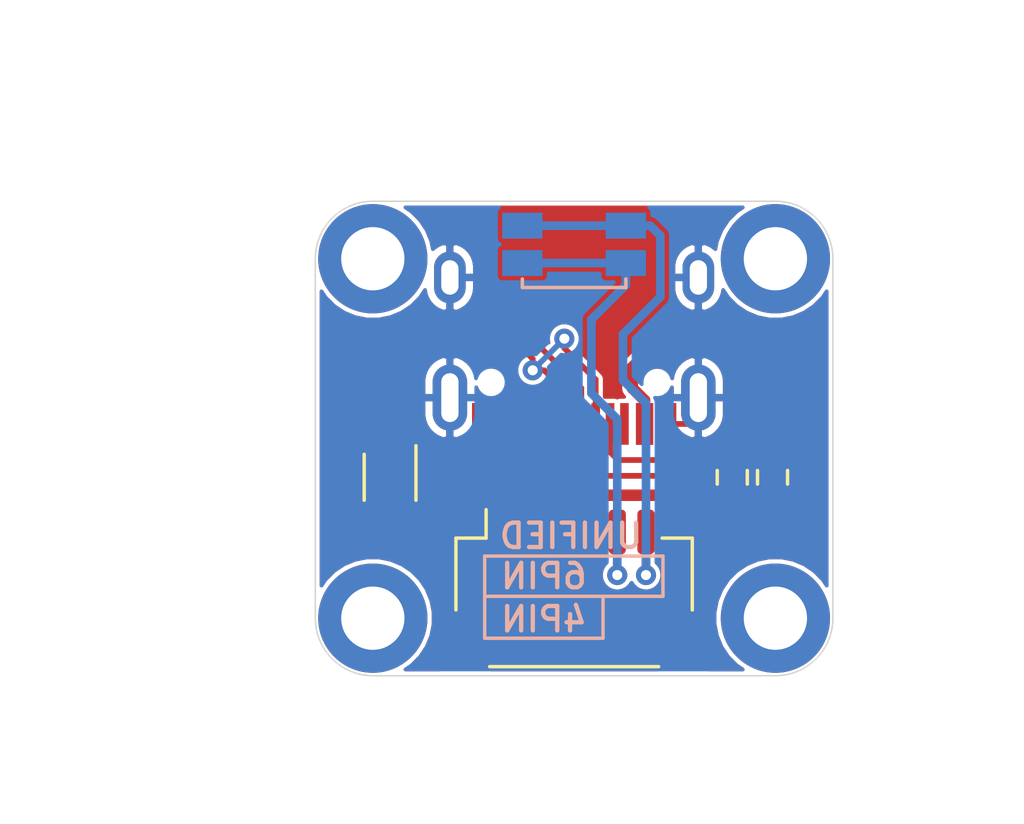
<source format=kicad_pcb>
(kicad_pcb (version 20171130) (host pcbnew "(5.1.10)-1")

  (general
    (thickness 1.6)
    (drawings 21)
    (tracks 96)
    (zones 0)
    (modules 10)
    (nets 13)
  )

  (page A4)
  (layers
    (0 F.Cu signal)
    (31 B.Cu signal)
    (32 B.Adhes user)
    (33 F.Adhes user)
    (34 B.Paste user)
    (35 F.Paste user)
    (36 B.SilkS user)
    (37 F.SilkS user)
    (38 B.Mask user)
    (39 F.Mask user)
    (40 Dwgs.User user)
    (41 Cmts.User user)
    (42 Eco1.User user)
    (43 Eco2.User user)
    (44 Edge.Cuts user)
    (45 Margin user)
    (46 B.CrtYd user)
    (47 F.CrtYd user hide)
    (48 B.Fab user)
    (49 F.Fab user)
  )

  (setup
    (last_trace_width 0.25)
    (user_trace_width 0.15)
    (user_trace_width 0.2)
    (user_trace_width 0.3)
    (user_trace_width 0.4)
    (trace_clearance 0.15)
    (zone_clearance 0.127)
    (zone_45_only no)
    (trace_min 0.127)
    (via_size 0.7)
    (via_drill 0.35)
    (via_min_size 0.4)
    (via_min_drill 0.3)
    (uvia_size 0.3)
    (uvia_drill 0.1)
    (uvias_allowed no)
    (uvia_min_size 0.2)
    (uvia_min_drill 0.1)
    (edge_width 0.05)
    (segment_width 0.2)
    (pcb_text_width 0.3)
    (pcb_text_size 1.5 1.5)
    (mod_edge_width 0.12)
    (mod_text_size 1 1)
    (mod_text_width 0.15)
    (pad_size 3.8 3.8)
    (pad_drill 2.1)
    (pad_to_mask_clearance 0)
    (aux_axis_origin 0 0)
    (grid_origin 102 92)
    (visible_elements 7FFDFF7F)
    (pcbplotparams
      (layerselection 0x010fc_ffffffff)
      (usegerberextensions false)
      (usegerberattributes true)
      (usegerberadvancedattributes true)
      (creategerberjobfile false)
      (excludeedgelayer true)
      (linewidth 0.100000)
      (plotframeref false)
      (viasonmask false)
      (mode 1)
      (useauxorigin false)
      (hpglpennumber 1)
      (hpglpenspeed 20)
      (hpglpendiameter 15.000000)
      (psnegative false)
      (psa4output false)
      (plotreference true)
      (plotvalue true)
      (plotinvisibletext false)
      (padsonsilk false)
      (subtractmaskfromsilk false)
      (outputformat 1)
      (mirror false)
      (drillshape 0)
      (scaleselection 1)
      (outputdirectory "gerber/"))
  )

  (net 0 "")
  (net 1 GND)
  (net 2 DP)
  (net 3 "Net-(J1-PadB5)")
  (net 4 "Net-(J1-PadA8)")
  (net 5 DN)
  (net 6 "Net-(J1-PadA5)")
  (net 7 "Net-(J1-PadB8)")
  (net 8 UVCC)
  (net 9 D-)
  (net 10 D+)
  (net 11 "Net-(J2-Pad5)")
  (net 12 "Net-(J2-Pad6)")

  (net_class Default "This is the default net class."
    (clearance 0.15)
    (trace_width 0.25)
    (via_dia 0.7)
    (via_drill 0.35)
    (uvia_dia 0.3)
    (uvia_drill 0.1)
    (add_net D+)
    (add_net D-)
    (add_net DN)
    (add_net DP)
    (add_net GND)
    (add_net "Net-(J1-PadA5)")
    (add_net "Net-(J1-PadA8)")
    (add_net "Net-(J1-PadB5)")
    (add_net "Net-(J1-PadB8)")
    (add_net "Net-(J2-Pad5)")
    (add_net "Net-(J2-Pad6)")
    (add_net UVCC)
  )

  (module u1:ALPS_SKSC (layer B.Cu) (tedit 60B892CD) (tstamp 60B8E704)
    (at 109 91.5)
    (path /60B9E26F)
    (fp_text reference SW1 (at 0 -0.5) (layer B.SilkS) hide
      (effects (font (size 1 1) (thickness 0.15)) (justify mirror))
    )
    (fp_text value SW_Push (at 0 0.5) (layer B.Fab)
      (effects (font (size 1 1) (thickness 0.15)) (justify mirror))
    )
    (fp_line (start 0.8 -2.1) (end 0.8 -1.5) (layer B.Fab) (width 0.12))
    (fp_line (start -0.8 -2.1) (end -0.8 -1.5) (layer B.Fab) (width 0.12))
    (fp_line (start -0.8 -2.1) (end 0.8 -2.1) (layer B.Fab) (width 0.12))
    (fp_line (start 1.75 1.45) (end 1.75 -1.45) (layer B.Fab) (width 0.12))
    (fp_line (start -1.75 1.45) (end -1.75 -1.45) (layer B.Fab) (width 0.12))
    (fp_line (start -1.75 1.45) (end 1.75 1.45) (layer B.Fab) (width 0.12))
    (fp_line (start -1.75 -1.45) (end 1.75 -1.45) (layer B.Fab) (width 0.12))
    (fp_line (start -1.8 1.2) (end -1.8 1.5) (layer B.SilkS) (width 0.12))
    (fp_line (start -1.8 1.5) (end 1.8 1.5) (layer B.SilkS) (width 0.12))
    (fp_line (start 1.8 1.5) (end 1.8 1.2) (layer B.SilkS) (width 0.12))
    (pad 2 smd rect (at 1.8 0.65) (size 1.4 0.9) (layers B.Cu B.Paste B.Mask)
      (net 11 "Net-(J2-Pad5)"))
    (pad 2 smd rect (at -1.8 0.65) (size 1.4 0.9) (layers B.Cu B.Paste B.Mask)
      (net 11 "Net-(J2-Pad5)"))
    (pad 1 smd rect (at -1.8 -0.65) (size 1.4 0.9) (layers B.Cu B.Paste B.Mask)
      (net 12 "Net-(J2-Pad6)"))
    (pad 1 smd rect (at 1.8 -0.65) (size 1.4 0.9) (layers B.Cu B.Paste B.Mask)
      (net 12 "Net-(J2-Pad6)"))
  )

  (module u1:USB_C_Receptacle_HRO_TYPE-C-31-M-12 (layer F.Cu) (tedit 60B8843E) (tstamp 60B8E2AC)
    (at 109 93.7 180)
    (descr "USB Type-C receptacle for USB 2.0 and PD, http://www.krhro.com/uploads/soft/180320/1-1P320120243.pdf")
    (tags "usb usb-c 2.0 pd")
    (path /60B87620)
    (attr smd)
    (fp_text reference J1 (at 0 -5.645) (layer F.SilkS) hide
      (effects (font (size 1 1) (thickness 0.15)))
    )
    (fp_text value USB_C_Receptacle_USB2.0 (at 0 5.1) (layer F.Fab)
      (effects (font (size 1 1) (thickness 0.15)))
    )
    (fp_line (start -4 3.77) (end 4 3.77) (layer Cmts.User) (width 0.12))
    (fp_line (start -4.47 -3.65) (end 4.47 -3.65) (layer F.Fab) (width 0.1))
    (fp_line (start -4.47 -3.65) (end -4.47 3.65) (layer F.Fab) (width 0.1))
    (fp_line (start -4.47 3.65) (end 4.47 3.65) (layer F.Fab) (width 0.1))
    (fp_line (start 4.47 -3.65) (end 4.47 3.65) (layer F.Fab) (width 0.1))
    (fp_line (start -5.32 -5.27) (end 5.32 -5.27) (layer F.CrtYd) (width 0.05))
    (fp_line (start -5.32 4.15) (end 5.32 4.15) (layer F.CrtYd) (width 0.05))
    (fp_line (start -5.32 -5.27) (end -5.32 4.15) (layer F.CrtYd) (width 0.05))
    (fp_line (start 5.32 -5.27) (end 5.32 4.15) (layer F.CrtYd) (width 0.05))
    (fp_text user %R (at 0 0 180) (layer F.Fab)
      (effects (font (size 1 1) (thickness 0.15)))
    )
    (pad B1 smd rect (at 3.25 -4.045 180) (size 0.6 1.45) (layers F.Cu F.Paste F.Mask)
      (net 1 GND))
    (pad A9 smd rect (at 2.45 -4.045 180) (size 0.6 1.45) (layers F.Cu F.Paste F.Mask)
      (net 8 UVCC))
    (pad B9 smd rect (at -2.45 -4.045 180) (size 0.6 1.45) (layers F.Cu F.Paste F.Mask)
      (net 8 UVCC))
    (pad B12 smd rect (at -3.25 -4.045 180) (size 0.6 1.45) (layers F.Cu F.Paste F.Mask)
      (net 1 GND))
    (pad A1 smd rect (at -3.25 -4.045 180) (size 0.6 1.45) (layers F.Cu F.Paste F.Mask)
      (net 1 GND))
    (pad A4 smd rect (at -2.45 -4.045 180) (size 0.6 1.45) (layers F.Cu F.Paste F.Mask)
      (net 8 UVCC))
    (pad B4 smd rect (at 2.45 -4.045 180) (size 0.6 1.45) (layers F.Cu F.Paste F.Mask)
      (net 8 UVCC))
    (pad A12 smd rect (at 3.25 -4.045 180) (size 0.6 1.45) (layers F.Cu F.Paste F.Mask)
      (net 1 GND))
    (pad B8 smd rect (at -1.75 -4.045 180) (size 0.3 1.45) (layers F.Cu F.Paste F.Mask)
      (net 7 "Net-(J1-PadB8)"))
    (pad A5 smd rect (at -1.25 -4.045 180) (size 0.3 1.45) (layers F.Cu F.Paste F.Mask)
      (net 6 "Net-(J1-PadA5)"))
    (pad B7 smd rect (at -0.75 -4.045 180) (size 0.3 1.45) (layers F.Cu F.Paste F.Mask)
      (net 5 DN))
    (pad A7 smd rect (at 0.25 -4.045 180) (size 0.3 1.45) (layers F.Cu F.Paste F.Mask)
      (net 5 DN))
    (pad B6 smd rect (at 0.75 -4.045 180) (size 0.3 1.45) (layers F.Cu F.Paste F.Mask)
      (net 2 DP))
    (pad A8 smd rect (at 1.25 -4.045 180) (size 0.3 1.45) (layers F.Cu F.Paste F.Mask)
      (net 4 "Net-(J1-PadA8)"))
    (pad B5 smd rect (at 1.75 -4.045 180) (size 0.3 1.45) (layers F.Cu F.Paste F.Mask)
      (net 3 "Net-(J1-PadB5)"))
    (pad A6 smd rect (at -0.25 -4.045 180) (size 0.3 1.45) (layers F.Cu F.Paste F.Mask)
      (net 2 DP))
    (pad S1 thru_hole oval (at 4.32 -3.13 180) (size 1.2 2.3) (drill oval 0.6 1.7) (layers *.Cu *.Mask)
      (net 1 GND))
    (pad S1 thru_hole oval (at -4.32 -3.13 180) (size 1.2 2.3) (drill oval 0.6 1.7) (layers *.Cu *.Mask)
      (net 1 GND))
    (pad "" np_thru_hole circle (at -2.89 -2.6 180) (size 0.65 0.65) (drill 0.65) (layers *.Cu *.Mask))
    (pad S1 thru_hole oval (at -4.32 1.05 180) (size 1.1 1.8) (drill oval 0.6 1.2) (layers *.Cu *.Mask)
      (net 1 GND))
    (pad "" np_thru_hole circle (at 2.89 -2.6 180) (size 0.65 0.65) (drill 0.65) (layers *.Cu *.Mask))
    (pad S1 thru_hole oval (at 4.32 1.05 180) (size 1.1 1.8) (drill oval 0.6 1.2) (layers *.Cu *.Mask)
      (net 1 GND))
    (model ${KISYS3DMOD}/Connector_USB.3dshapes/USB_C_Receptacle_HRO_TYPE-C-31-M-12.wrl
      (at (xyz 0 0 0))
      (scale (xyz 1 1 1))
      (rotate (xyz 0 0 0))
    )
  )

  (module MountingHole:MountingHole_2.2mm_M2_DIN965_Pad (layer F.Cu) (tedit 56D1B4CB) (tstamp 60B8DC0F)
    (at 116 104.5)
    (descr "Mounting Hole 2.2mm, M2, DIN965")
    (tags "mounting hole 2.2mm m2 din965")
    (attr virtual)
    (fp_text reference REF** (at 0 -2.9) (layer F.SilkS) hide
      (effects (font (size 1 1) (thickness 0.15)))
    )
    (fp_text value MountingHole_2.2mm_M2_DIN965_Pad (at 0 2.9) (layer F.Fab)
      (effects (font (size 1 1) (thickness 0.15)))
    )
    (fp_circle (center 0 0) (end 2.15 0) (layer F.CrtYd) (width 0.05))
    (fp_circle (center 0 0) (end 1.9 0) (layer Cmts.User) (width 0.15))
    (fp_text user %R (at 0.3 0) (layer F.Fab)
      (effects (font (size 1 1) (thickness 0.15)))
    )
    (pad 1 thru_hole circle (at 0 0) (size 3.8 3.8) (drill 2.2) (layers *.Cu *.Mask))
  )

  (module MountingHole:MountingHole_2.2mm_M2_DIN965_Pad (layer F.Cu) (tedit 56D1B4CB) (tstamp 60B8DC00)
    (at 102 104.5)
    (descr "Mounting Hole 2.2mm, M2, DIN965")
    (tags "mounting hole 2.2mm m2 din965")
    (attr virtual)
    (fp_text reference REF** (at 0 -2.9) (layer F.SilkS) hide
      (effects (font (size 1 1) (thickness 0.15)))
    )
    (fp_text value MountingHole_2.2mm_M2_DIN965_Pad (at 0 2.9) (layer F.Fab)
      (effects (font (size 1 1) (thickness 0.15)))
    )
    (fp_circle (center 0 0) (end 1.9 0) (layer Cmts.User) (width 0.15))
    (fp_circle (center 0 0) (end 2.15 0) (layer F.CrtYd) (width 0.05))
    (fp_text user %R (at 0.3 0) (layer F.Fab)
      (effects (font (size 1 1) (thickness 0.15)))
    )
    (pad 1 thru_hole circle (at 0 0) (size 3.8 3.8) (drill 2.2) (layers *.Cu *.Mask))
  )

  (module MountingHole:MountingHole_2.2mm_M2_DIN965_Pad (layer F.Cu) (tedit 56D1B4CB) (tstamp 60B8DBF1)
    (at 116 92)
    (descr "Mounting Hole 2.2mm, M2, DIN965")
    (tags "mounting hole 2.2mm m2 din965")
    (attr virtual)
    (fp_text reference REF** (at 0 -2.9) (layer F.SilkS) hide
      (effects (font (size 1 1) (thickness 0.15)))
    )
    (fp_text value MountingHole_2.2mm_M2_DIN965_Pad (at 0 2.9) (layer F.Fab)
      (effects (font (size 1 1) (thickness 0.15)))
    )
    (fp_circle (center 0 0) (end 1.9 0) (layer Cmts.User) (width 0.15))
    (fp_circle (center 0 0) (end 2.15 0) (layer F.CrtYd) (width 0.05))
    (fp_text user %R (at 0.3 0) (layer F.Fab)
      (effects (font (size 1 1) (thickness 0.15)))
    )
    (pad 1 thru_hole circle (at 0 0) (size 3.8 3.8) (drill 2.2) (layers *.Cu *.Mask))
  )

  (module MountingHole:MountingHole_2.2mm_M2_DIN965_Pad (layer F.Cu) (tedit 56D1B4CB) (tstamp 60B8DBEF)
    (at 102 92)
    (descr "Mounting Hole 2.2mm, M2, DIN965")
    (tags "mounting hole 2.2mm m2 din965")
    (attr virtual)
    (fp_text reference REF** (at 0 -2.9) (layer F.SilkS) hide
      (effects (font (size 1 1) (thickness 0.15)))
    )
    (fp_text value MountingHole_2.2mm_M2_DIN965_Pad (at 0 2.9) (layer F.Fab)
      (effects (font (size 1 1) (thickness 0.15)))
    )
    (fp_circle (center 0 0) (end 2.15 0) (layer F.CrtYd) (width 0.05))
    (fp_circle (center 0 0) (end 1.9 0) (layer Cmts.User) (width 0.15))
    (fp_text user %R (at 0.3 0) (layer F.Fab)
      (effects (font (size 1 1) (thickness 0.15)))
    )
    (pad 1 thru_hole circle (at 0 0) (size 3.8 3.8) (drill 2.2) (layers *.Cu *.Mask))
  )

  (module Connector_JST:JST_SH_SM06B-SRSS-TB_1x06-1MP_P1.00mm_Horizontal (layer F.Cu) (tedit 5B78AD87) (tstamp 60B8E6D3)
    (at 109 103.5)
    (descr "JST SH series connector, SM06B-SRSS-TB (http://www.jst-mfg.com/product/pdf/eng/eSH.pdf), generated with kicad-footprint-generator")
    (tags "connector JST SH top entry")
    (path /60B8E119)
    (attr smd)
    (fp_text reference J2 (at 0 -3.98) (layer F.SilkS) hide
      (effects (font (size 1 1) (thickness 0.15)))
    )
    (fp_text value Conn_01x06_MountingPin (at 0 3.98) (layer F.Fab)
      (effects (font (size 1 1) (thickness 0.15)))
    )
    (fp_line (start -2.5 -0.967893) (end -2 -1.675) (layer F.Fab) (width 0.1))
    (fp_line (start -3 -1.675) (end -2.5 -0.967893) (layer F.Fab) (width 0.1))
    (fp_line (start 4.9 -3.28) (end -4.9 -3.28) (layer F.CrtYd) (width 0.05))
    (fp_line (start 4.9 3.28) (end 4.9 -3.28) (layer F.CrtYd) (width 0.05))
    (fp_line (start -4.9 3.28) (end 4.9 3.28) (layer F.CrtYd) (width 0.05))
    (fp_line (start -4.9 -3.28) (end -4.9 3.28) (layer F.CrtYd) (width 0.05))
    (fp_line (start 4 -1.675) (end 4 2.575) (layer F.Fab) (width 0.1))
    (fp_line (start -4 -1.675) (end -4 2.575) (layer F.Fab) (width 0.1))
    (fp_line (start -4 2.575) (end 4 2.575) (layer F.Fab) (width 0.1))
    (fp_line (start -2.94 2.685) (end 2.94 2.685) (layer F.SilkS) (width 0.12))
    (fp_line (start 4.11 -1.785) (end 3.06 -1.785) (layer F.SilkS) (width 0.12))
    (fp_line (start 4.11 0.715) (end 4.11 -1.785) (layer F.SilkS) (width 0.12))
    (fp_line (start -3.06 -1.785) (end -3.06 -2.775) (layer F.SilkS) (width 0.12))
    (fp_line (start -4.11 -1.785) (end -3.06 -1.785) (layer F.SilkS) (width 0.12))
    (fp_line (start -4.11 0.715) (end -4.11 -1.785) (layer F.SilkS) (width 0.12))
    (fp_line (start -4 -1.675) (end 4 -1.675) (layer F.Fab) (width 0.1))
    (fp_text user %R (at 0 0) (layer F.Fab)
      (effects (font (size 1 1) (thickness 0.15)))
    )
    (pad 1 smd roundrect (at -2.5 -2) (size 0.6 1.55) (layers F.Cu F.Paste F.Mask) (roundrect_rratio 0.25)
      (net 8 UVCC))
    (pad 2 smd roundrect (at -1.5 -2) (size 0.6 1.55) (layers F.Cu F.Paste F.Mask) (roundrect_rratio 0.25)
      (net 9 D-))
    (pad 3 smd roundrect (at -0.5 -2) (size 0.6 1.55) (layers F.Cu F.Paste F.Mask) (roundrect_rratio 0.25)
      (net 10 D+))
    (pad 4 smd roundrect (at 0.5 -2) (size 0.6 1.55) (layers F.Cu F.Paste F.Mask) (roundrect_rratio 0.25)
      (net 1 GND))
    (pad 5 smd roundrect (at 1.5 -2) (size 0.6 1.55) (layers F.Cu F.Paste F.Mask) (roundrect_rratio 0.25)
      (net 11 "Net-(J2-Pad5)"))
    (pad 6 smd roundrect (at 2.5 -2) (size 0.6 1.55) (layers F.Cu F.Paste F.Mask) (roundrect_rratio 0.25)
      (net 12 "Net-(J2-Pad6)"))
    (pad MP smd roundrect (at -3.8 1.875) (size 1.2 1.8) (layers F.Cu F.Paste F.Mask) (roundrect_rratio 0.2083325)
      (net 1 GND))
    (pad MP smd roundrect (at 3.8 1.875) (size 1.2 1.8) (layers F.Cu F.Paste F.Mask) (roundrect_rratio 0.2083325)
      (net 1 GND))
    (model ${KISYS3DMOD}/Connector_JST.3dshapes/JST_SH_SM06B-SRSS-TB_1x06-1MP_P1.00mm_Horizontal.wrl
      (at (xyz 0 0 0))
      (scale (xyz 1 1 1))
      (rotate (xyz 0 0 0))
    )
  )

  (module Resistor_SMD:R_0603_1608Metric (layer F.Cu) (tedit 5F68FEEE) (tstamp 60B8E6E4)
    (at 114.5 99.6 270)
    (descr "Resistor SMD 0603 (1608 Metric), square (rectangular) end terminal, IPC_7351 nominal, (Body size source: IPC-SM-782 page 72, https://www.pcb-3d.com/wordpress/wp-content/uploads/ipc-sm-782a_amendment_1_and_2.pdf), generated with kicad-footprint-generator")
    (tags resistor)
    (path /60B8F456)
    (attr smd)
    (fp_text reference R1 (at 0 -1.43 90) (layer F.SilkS) hide
      (effects (font (size 1 1) (thickness 0.15)))
    )
    (fp_text value 5.1k (at 0 1.43 90) (layer F.Fab)
      (effects (font (size 1 1) (thickness 0.15)))
    )
    (fp_line (start 1.48 0.73) (end -1.48 0.73) (layer F.CrtYd) (width 0.05))
    (fp_line (start 1.48 -0.73) (end 1.48 0.73) (layer F.CrtYd) (width 0.05))
    (fp_line (start -1.48 -0.73) (end 1.48 -0.73) (layer F.CrtYd) (width 0.05))
    (fp_line (start -1.48 0.73) (end -1.48 -0.73) (layer F.CrtYd) (width 0.05))
    (fp_line (start -0.237258 0.5225) (end 0.237258 0.5225) (layer F.SilkS) (width 0.12))
    (fp_line (start -0.237258 -0.5225) (end 0.237258 -0.5225) (layer F.SilkS) (width 0.12))
    (fp_line (start 0.8 0.4125) (end -0.8 0.4125) (layer F.Fab) (width 0.1))
    (fp_line (start 0.8 -0.4125) (end 0.8 0.4125) (layer F.Fab) (width 0.1))
    (fp_line (start -0.8 -0.4125) (end 0.8 -0.4125) (layer F.Fab) (width 0.1))
    (fp_line (start -0.8 0.4125) (end -0.8 -0.4125) (layer F.Fab) (width 0.1))
    (fp_text user %R (at 0 0 90) (layer F.Fab)
      (effects (font (size 0.4 0.4) (thickness 0.06)))
    )
    (pad 1 smd roundrect (at -0.825 0 270) (size 0.8 0.95) (layers F.Cu F.Paste F.Mask) (roundrect_rratio 0.25)
      (net 6 "Net-(J1-PadA5)"))
    (pad 2 smd roundrect (at 0.825 0 270) (size 0.8 0.95) (layers F.Cu F.Paste F.Mask) (roundrect_rratio 0.25)
      (net 1 GND))
    (model ${KISYS3DMOD}/Resistor_SMD.3dshapes/R_0603_1608Metric.wrl
      (at (xyz 0 0 0))
      (scale (xyz 1 1 1))
      (rotate (xyz 0 0 0))
    )
  )

  (module Resistor_SMD:R_0603_1608Metric (layer F.Cu) (tedit 5F68FEEE) (tstamp 60B8E6F5)
    (at 115.9 99.6 90)
    (descr "Resistor SMD 0603 (1608 Metric), square (rectangular) end terminal, IPC_7351 nominal, (Body size source: IPC-SM-782 page 72, https://www.pcb-3d.com/wordpress/wp-content/uploads/ipc-sm-782a_amendment_1_and_2.pdf), generated with kicad-footprint-generator")
    (tags resistor)
    (path /60B8FA8F)
    (attr smd)
    (fp_text reference R2 (at 0 -1.43 90) (layer F.SilkS) hide
      (effects (font (size 1 1) (thickness 0.15)))
    )
    (fp_text value 5.1k (at 0 1.43 90) (layer F.Fab)
      (effects (font (size 1 1) (thickness 0.15)))
    )
    (fp_line (start -0.8 0.4125) (end -0.8 -0.4125) (layer F.Fab) (width 0.1))
    (fp_line (start -0.8 -0.4125) (end 0.8 -0.4125) (layer F.Fab) (width 0.1))
    (fp_line (start 0.8 -0.4125) (end 0.8 0.4125) (layer F.Fab) (width 0.1))
    (fp_line (start 0.8 0.4125) (end -0.8 0.4125) (layer F.Fab) (width 0.1))
    (fp_line (start -0.237258 -0.5225) (end 0.237258 -0.5225) (layer F.SilkS) (width 0.12))
    (fp_line (start -0.237258 0.5225) (end 0.237258 0.5225) (layer F.SilkS) (width 0.12))
    (fp_line (start -1.48 0.73) (end -1.48 -0.73) (layer F.CrtYd) (width 0.05))
    (fp_line (start -1.48 -0.73) (end 1.48 -0.73) (layer F.CrtYd) (width 0.05))
    (fp_line (start 1.48 -0.73) (end 1.48 0.73) (layer F.CrtYd) (width 0.05))
    (fp_line (start 1.48 0.73) (end -1.48 0.73) (layer F.CrtYd) (width 0.05))
    (fp_text user %R (at 0 0 90) (layer F.Fab)
      (effects (font (size 0.4 0.4) (thickness 0.06)))
    )
    (pad 2 smd roundrect (at 0.825 0 90) (size 0.8 0.95) (layers F.Cu F.Paste F.Mask) (roundrect_rratio 0.25)
      (net 3 "Net-(J1-PadB5)"))
    (pad 1 smd roundrect (at -0.825 0 90) (size 0.8 0.95) (layers F.Cu F.Paste F.Mask) (roundrect_rratio 0.25)
      (net 1 GND))
    (model ${KISYS3DMOD}/Resistor_SMD.3dshapes/R_0603_1608Metric.wrl
      (at (xyz 0 0 0))
      (scale (xyz 1 1 1))
      (rotate (xyz 0 0 0))
    )
  )

  (module Package_TO_SOT_SMD:SOT-666 (layer F.Cu) (tedit 5A02FF57) (tstamp 60B8E71A)
    (at 102.6 99.6 270)
    (descr SOT666)
    (tags SOT-666)
    (path /60B888DC)
    (attr smd)
    (fp_text reference U1 (at 0 -1.75 90) (layer F.SilkS) hide
      (effects (font (size 1 1) (thickness 0.15)))
    )
    (fp_text value USBLC6-2P6 (at 0 1.75 270) (layer F.Fab)
      (effects (font (size 1 1) (thickness 0.15)))
    )
    (fp_line (start 1.5 1.1) (end 1.5 -1.1) (layer F.CrtYd) (width 0.05))
    (fp_line (start -1.5 -1.1) (end -1.5 1.1) (layer F.CrtYd) (width 0.05))
    (fp_line (start 0.65 0.85) (end -0.65 0.85) (layer F.Fab) (width 0.1))
    (fp_line (start 0.65 -0.85) (end 0.65 0.85) (layer F.Fab) (width 0.1))
    (fp_line (start -1.5 1.1) (end 1.5 1.1) (layer F.CrtYd) (width 0.05))
    (fp_line (start -0.65 -0.53) (end -0.65 0.85) (layer F.Fab) (width 0.1))
    (fp_line (start 0.65 -0.85) (end -0.33 -0.85) (layer F.Fab) (width 0.1))
    (fp_line (start -1.5 -1.1) (end 1.5 -1.1) (layer F.CrtYd) (width 0.05))
    (fp_line (start -0.8 0.9) (end 0.8 0.9) (layer F.SilkS) (width 0.12))
    (fp_line (start 0.8 -0.9) (end -1.1 -0.9) (layer F.SilkS) (width 0.12))
    (fp_line (start -0.65 -0.53) (end -0.33 -0.85) (layer F.Fab) (width 0.1))
    (fp_text user %R (at 0 0) (layer F.Fab)
      (effects (font (size 0.5 0.5) (thickness 0.075)))
    )
    (pad 1 smd rect (at -0.85 -0.5375 270) (size 0.5 0.375) (layers F.Cu F.Paste F.Mask)
      (net 5 DN))
    (pad 3 smd rect (at -0.85 0.5375 270) (size 0.5 0.375) (layers F.Cu F.Paste F.Mask)
      (net 2 DP))
    (pad 5 smd rect (at 0.925 0 270) (size 0.65 0.3) (layers F.Cu F.Paste F.Mask)
      (net 8 UVCC))
    (pad 2 smd rect (at -0.925 0 270) (size 0.65 0.3) (layers F.Cu F.Paste F.Mask)
      (net 1 GND))
    (pad 4 smd rect (at 0.85 0.5375 270) (size 0.5 0.375) (layers F.Cu F.Paste F.Mask)
      (net 10 D+))
    (pad 6 smd rect (at 0.85 -0.5375 270) (size 0.5 0.375) (layers F.Cu F.Paste F.Mask)
      (net 9 D-))
    (model ${KISYS3DMOD}/Package_TO_SOT_SMD.3dshapes/SOT-666.wrl
      (at (xyz 0 0 0))
      (scale (xyz 1 1 1))
      (rotate (xyz 0 0 0))
    )
  )

  (dimension 14 (width 0.15) (layer Eco1.User)
    (gr_text "14.000 mm" (at 109 112.3) (layer Eco1.User)
      (effects (font (size 1 1) (thickness 0.15)))
    )
    (feature1 (pts (xy 116 104.5) (xy 116 111.586421)))
    (feature2 (pts (xy 102 104.5) (xy 102 111.586421)))
    (crossbar (pts (xy 102 111) (xy 116 111)))
    (arrow1a (pts (xy 116 111) (xy 114.873496 111.586421)))
    (arrow1b (pts (xy 116 111) (xy 114.873496 110.413579)))
    (arrow2a (pts (xy 102 111) (xy 103.126504 111.586421)))
    (arrow2b (pts (xy 102 111) (xy 103.126504 110.413579)))
  )
  (dimension 12.5 (width 0.15) (layer Eco1.User)
    (gr_text "12.500 mm" (at 92.7 98.25 270) (layer Eco1.User)
      (effects (font (size 1 1) (thickness 0.15)))
    )
    (feature1 (pts (xy 102 104.5) (xy 93.413579 104.5)))
    (feature2 (pts (xy 102 92) (xy 93.413579 92)))
    (crossbar (pts (xy 94 92) (xy 94 104.5)))
    (arrow1a (pts (xy 94 104.5) (xy 93.413579 103.373496)))
    (arrow1b (pts (xy 94 104.5) (xy 94.586421 103.373496)))
    (arrow2a (pts (xy 94 92) (xy 93.413579 93.126504)))
    (arrow2b (pts (xy 94 92) (xy 94.586421 93.126504)))
  )
  (dimension 18 (width 0.15) (layer Eco1.User)
    (gr_text "18.000 mm" (at 109 83.7) (layer Eco1.User)
      (effects (font (size 1 1) (thickness 0.15)))
    )
    (feature1 (pts (xy 118 92) (xy 118 84.413579)))
    (feature2 (pts (xy 100 92) (xy 100 84.413579)))
    (crossbar (pts (xy 100 85) (xy 118 85)))
    (arrow1a (pts (xy 118 85) (xy 116.873496 85.586421)))
    (arrow1b (pts (xy 118 85) (xy 116.873496 84.413579)))
    (arrow2a (pts (xy 100 85) (xy 101.126504 85.586421)))
    (arrow2b (pts (xy 100 85) (xy 101.126504 84.413579)))
  )
  (dimension 16.5 (width 0.15) (layer Eco1.User)
    (gr_text "16.500 mm" (at 123.3 98.25 270) (layer Eco1.User)
      (effects (font (size 1 1) (thickness 0.15)))
    )
    (feature1 (pts (xy 116 106.5) (xy 122.586421 106.5)))
    (feature2 (pts (xy 116 90) (xy 122.586421 90)))
    (crossbar (pts (xy 122 90) (xy 122 106.5)))
    (arrow1a (pts (xy 122 106.5) (xy 121.413579 105.373496)))
    (arrow1b (pts (xy 122 106.5) (xy 122.586421 105.373496)))
    (arrow2a (pts (xy 122 90) (xy 121.413579 91.126504)))
    (arrow2b (pts (xy 122 90) (xy 122.586421 91.126504)))
  )
  (gr_line (start 110.006 105.198) (end 110.006 103.74) (layer B.SilkS) (width 0.12) (tstamp 60B8934E))
  (gr_line (start 112.09 103.74) (end 105.89 103.74) (layer B.SilkS) (width 0.12) (tstamp 60B8934D))
  (gr_line (start 105.89 102.34) (end 105.89 105.198) (layer B.SilkS) (width 0.12) (tstamp 60B8934C))
  (gr_line (start 105.89 102.34) (end 112.09 102.34) (layer B.SilkS) (width 0.12) (tstamp 60B8934B))
  (gr_line (start 110.006 105.198) (end 105.89 105.198) (layer B.SilkS) (width 0.12) (tstamp 60B8934A))
  (gr_line (start 112.09 102.34) (end 112.09 103.74) (layer B.SilkS) (width 0.12) (tstamp 60B89349))
  (gr_text 4PIN (at 107.948 104.54) (layer B.SilkS) (tstamp 60B89348)
    (effects (font (size 0.85 0.85) (thickness 0.15)) (justify mirror))
  )
  (gr_text UNIFIED (at 108.89 101.64) (layer B.SilkS) (tstamp 60B89347)
    (effects (font (size 0.85 0.85) (thickness 0.15)) (justify mirror))
  )
  (gr_text 6PIN (at 107.948 103.04) (layer B.SilkS) (tstamp 60B89346)
    (effects (font (size 0.85 0.85) (thickness 0.15)) (justify mirror))
  )
  (gr_arc (start 116 104.5) (end 116 106.5) (angle -90) (layer Edge.Cuts) (width 0.05))
  (gr_arc (start 102 104.5) (end 100 104.5) (angle -90) (layer Edge.Cuts) (width 0.05))
  (gr_arc (start 116 92) (end 118 92) (angle -90) (layer Edge.Cuts) (width 0.05))
  (gr_arc (start 102 92) (end 102 90) (angle -90) (layer Edge.Cuts) (width 0.05))
  (gr_line (start 116 90) (end 102 90) (layer Edge.Cuts) (width 0.05) (tstamp 60B87E43))
  (gr_line (start 118 104.5) (end 118 92) (layer Edge.Cuts) (width 0.05))
  (gr_line (start 102 106.5) (end 116 106.5) (layer Edge.Cuts) (width 0.05))
  (gr_line (start 100 92) (end 100 104.5) (layer Edge.Cuts) (width 0.05))

  (segment (start 104.68 98.645) (end 104.68 96.83) (width 0.25) (layer F.Cu) (net 1))
  (segment (start 103.975 99.35) (end 104.68 98.645) (width 0.25) (layer F.Cu) (net 1))
  (segment (start 102.875 99.35) (end 103.975 99.35) (width 0.25) (layer F.Cu) (net 1))
  (segment (start 102.6 99.075) (end 102.875 99.35) (width 0.25) (layer F.Cu) (net 1))
  (segment (start 102.6 98.675) (end 102.6 99.075) (width 0.25) (layer F.Cu) (net 1))
  (segment (start 113.32 96.83) (end 113.32 97.49) (width 0.2) (layer F.Cu) (net 1))
  (segment (start 113.065 97.745) (end 112.25 97.745) (width 0.2) (layer F.Cu) (net 1))
  (segment (start 113.32 97.49) (end 113.065 97.745) (width 0.2) (layer F.Cu) (net 1))
  (segment (start 108.975 99) (end 109.25 98.725) (width 0.2) (layer F.Cu) (net 2))
  (segment (start 108.525 99) (end 108.975 99) (width 0.2) (layer F.Cu) (net 2))
  (segment (start 109.25 98.725) (end 109.25 97.745) (width 0.2) (layer F.Cu) (net 2))
  (segment (start 108.25 98.725) (end 108.525 99) (width 0.2) (layer F.Cu) (net 2))
  (segment (start 108.25 97.745) (end 108.25 98.725) (width 0.2) (layer F.Cu) (net 2))
  (segment (start 102.0625 98.2125) (end 102.0625 98.75) (width 0.2) (layer F.Cu) (net 2))
  (segment (start 102.35 97.925) (end 102.0625 98.2125) (width 0.2) (layer F.Cu) (net 2))
  (segment (start 102.35 96.275) (end 102.35 97.925) (width 0.2) (layer F.Cu) (net 2))
  (segment (start 103.875 94.75) (end 102.35 96.275) (width 0.2) (layer F.Cu) (net 2))
  (segment (start 107.5 94.75) (end 103.875 94.75) (width 0.2) (layer F.Cu) (net 2))
  (segment (start 109.25 96.5) (end 107.5 94.75) (width 0.2) (layer F.Cu) (net 2))
  (segment (start 109.25 97.745) (end 109.25 96.5) (width 0.2) (layer F.Cu) (net 2))
  (segment (start 115.125 99.55) (end 115.9 98.775) (width 0.2) (layer F.Cu) (net 3))
  (segment (start 107.925 99.55) (end 115.125 99.55) (width 0.2) (layer F.Cu) (net 3))
  (segment (start 107.25 98.875) (end 107.925 99.55) (width 0.2) (layer F.Cu) (net 3))
  (segment (start 107.25 97.745) (end 107.25 98.875) (width 0.2) (layer F.Cu) (net 3))
  (via (at 107.56 95.88) (size 0.7) (drill 0.35) (layers F.Cu B.Cu) (net 5))
  (via (at 108.66 94.78) (size 0.7) (drill 0.35) (layers F.Cu B.Cu) (net 5))
  (segment (start 109.75 96.2) (end 109.75 97.745) (width 0.2) (layer F.Cu) (net 5))
  (segment (start 108.66 95.11) (end 109.75 96.2) (width 0.2) (layer F.Cu) (net 5))
  (segment (start 108.66 94.78) (end 108.66 95.11) (width 0.2) (layer F.Cu) (net 5))
  (segment (start 107.56 95.48) (end 107.56 95.88) (width 0.2) (layer F.Cu) (net 5))
  (segment (start 107.28 95.2) (end 107.56 95.48) (width 0.2) (layer F.Cu) (net 5))
  (segment (start 104.1 95.2) (end 107.28 95.2) (width 0.2) (layer F.Cu) (net 5))
  (segment (start 102.875 96.425) (end 104.1 95.2) (width 0.2) (layer F.Cu) (net 5))
  (segment (start 103.1375 98.1875) (end 102.875 97.925) (width 0.2) (layer F.Cu) (net 5))
  (segment (start 102.875 97.925) (end 102.875 96.425) (width 0.2) (layer F.Cu) (net 5))
  (segment (start 103.1375 98.75) (end 103.1375 98.1875) (width 0.2) (layer F.Cu) (net 5))
  (segment (start 108.75 96.67) (end 108.75 97.745) (width 0.2) (layer F.Cu) (net 5))
  (segment (start 107.96 95.88) (end 108.75 96.67) (width 0.2) (layer F.Cu) (net 5))
  (segment (start 107.56 95.88) (end 107.96 95.88) (width 0.2) (layer F.Cu) (net 5))
  (segment (start 108.66 94.78) (end 107.56 95.88) (width 0.2) (layer B.Cu) (net 5))
  (segment (start 113.325 98.775) (end 114.5 98.775) (width 0.2) (layer F.Cu) (net 6))
  (segment (start 113.1 99) (end 113.325 98.775) (width 0.2) (layer F.Cu) (net 6))
  (segment (start 110.525 99) (end 113.1 99) (width 0.2) (layer F.Cu) (net 6))
  (segment (start 110.25 98.725) (end 110.525 99) (width 0.2) (layer F.Cu) (net 6))
  (segment (start 110.25 97.745) (end 110.25 98.725) (width 0.2) (layer F.Cu) (net 6))
  (segment (start 106.5 97.795) (end 106.55 97.745) (width 0.4) (layer F.Cu) (net 8))
  (segment (start 105.7 101.5) (end 106.5 101.5) (width 0.25) (layer F.Cu) (net 8))
  (segment (start 104.05 99.85) (end 105.7 101.5) (width 0.25) (layer F.Cu) (net 8))
  (segment (start 102.87 99.85) (end 104.05 99.85) (width 0.25) (layer F.Cu) (net 8))
  (segment (start 102.6 100.12) (end 102.87 99.85) (width 0.25) (layer F.Cu) (net 8))
  (segment (start 102.6 100.525) (end 102.6 100.12) (width 0.25) (layer F.Cu) (net 8))
  (segment (start 111.45 96.925) (end 111.45 97.745) (width 0.4) (layer F.Cu) (net 8))
  (segment (start 111.025 96.5) (end 111.45 96.925) (width 0.4) (layer F.Cu) (net 8))
  (segment (start 111.975 94.825) (end 111.025 95.775) (width 0.4) (layer F.Cu) (net 8))
  (segment (start 117.175 97.175) (end 114.825 94.825) (width 0.4) (layer F.Cu) (net 8))
  (segment (start 116.375 101.575) (end 117.175 100.775) (width 0.4) (layer F.Cu) (net 8))
  (segment (start 111.025 95.775) (end 111.025 96.5) (width 0.4) (layer F.Cu) (net 8))
  (segment (start 113.575 101.575) (end 116.375 101.575) (width 0.4) (layer F.Cu) (net 8))
  (segment (start 117.175 100.775) (end 117.175 97.175) (width 0.4) (layer F.Cu) (net 8))
  (segment (start 112.225 100.225) (end 113.575 101.575) (width 0.4) (layer F.Cu) (net 8))
  (segment (start 107.645 100.225) (end 112.225 100.225) (width 0.4) (layer F.Cu) (net 8))
  (segment (start 114.825 94.825) (end 111.975 94.825) (width 0.4) (layer F.Cu) (net 8))
  (segment (start 106.55 97.745) (end 106.55 99.13) (width 0.4) (layer F.Cu) (net 8))
  (segment (start 106.5 100.32) (end 107.12 99.7) (width 0.4) (layer F.Cu) (net 8))
  (segment (start 106.5 101.5) (end 106.5 100.32) (width 0.4) (layer F.Cu) (net 8))
  (segment (start 107.12 99.7) (end 107.645 100.225) (width 0.4) (layer F.Cu) (net 8))
  (segment (start 106.55 99.13) (end 107.12 99.7) (width 0.4) (layer F.Cu) (net 8))
  (segment (start 107.5 102.5) (end 107.5 101.5) (width 0.2) (layer F.Cu) (net 9))
  (segment (start 107.1 102.9) (end 107.5 102.5) (width 0.2) (layer F.Cu) (net 9))
  (segment (start 104.975 102.9) (end 107.1 102.9) (width 0.2) (layer F.Cu) (net 9))
  (segment (start 103.1375 101.0625) (end 104.975 102.9) (width 0.2) (layer F.Cu) (net 9))
  (segment (start 103.1375 100.45) (end 103.1375 101.0625) (width 0.2) (layer F.Cu) (net 9))
  (segment (start 108.5 102.75) (end 108.5 101.5) (width 0.2) (layer F.Cu) (net 10))
  (segment (start 107.575 103.675) (end 108.5 102.75) (width 0.2) (layer F.Cu) (net 10))
  (segment (start 102.0625 101.2625) (end 104.475 103.675) (width 0.2) (layer F.Cu) (net 10))
  (segment (start 104.475 103.675) (end 107.575 103.675) (width 0.2) (layer F.Cu) (net 10))
  (segment (start 102.0625 100.45) (end 102.0625 101.2625) (width 0.2) (layer F.Cu) (net 10))
  (via (at 110.5 103) (size 0.7) (drill 0.35) (layers F.Cu B.Cu) (net 11))
  (segment (start 110.5 101.5) (end 110.5 103) (width 0.3) (layer F.Cu) (net 11))
  (segment (start 110.8 92.9125) (end 110.8 92.15) (width 0.3) (layer B.Cu) (net 11))
  (segment (start 109.6 94.1125) (end 110.8 92.9125) (width 0.3) (layer B.Cu) (net 11))
  (segment (start 109.6 96.675) (end 109.6 94.1125) (width 0.3) (layer B.Cu) (net 11))
  (segment (start 110.5 97.575) (end 109.6 96.675) (width 0.3) (layer B.Cu) (net 11))
  (segment (start 110.5 103) (end 110.5 97.575) (width 0.3) (layer B.Cu) (net 11))
  (segment (start 110.8 92.15) (end 107.2 92.15) (width 0.3) (layer B.Cu) (net 11))
  (via (at 111.5 103) (size 0.7) (drill 0.35) (layers F.Cu B.Cu) (net 12))
  (segment (start 111.5 101.5) (end 111.5 103) (width 0.3) (layer F.Cu) (net 12))
  (segment (start 107.65 90.85) (end 107.2 90.85) (width 0.3) (layer B.Cu) (net 12))
  (segment (start 110.8 90.85) (end 107.2 90.85) (width 0.3) (layer B.Cu) (net 12))
  (segment (start 110.8 90.85) (end 111.65 90.85) (width 0.3) (layer B.Cu) (net 12))
  (segment (start 112 91.2) (end 112 93.325) (width 0.3) (layer B.Cu) (net 12))
  (segment (start 111.65 90.85) (end 112 91.2) (width 0.3) (layer B.Cu) (net 12))
  (segment (start 112 93.325) (end 110.7 94.625) (width 0.3) (layer B.Cu) (net 12))
  (segment (start 110.7 94.625) (end 110.7 96.225) (width 0.3) (layer B.Cu) (net 12))
  (segment (start 110.7 96.225) (end 111.5 97.025) (width 0.3) (layer B.Cu) (net 12))
  (segment (start 111.5 97.025) (end 111.5 103) (width 0.3) (layer B.Cu) (net 12))

  (zone (net 1) (net_name GND) (layer B.Cu) (tstamp 60B90FB4) (hatch edge 0.508)
    (connect_pads (clearance 0.127))
    (min_thickness 0.127)
    (fill yes (arc_segments 32) (thermal_gap 0.254) (thermal_bridge_width 0.254))
    (polygon
      (pts
        (xy 118 106.5) (xy 100 106.5) (xy 100 90) (xy 118 90)
      )
    )
    (filled_polygon
      (pts
        (xy 106.380812 90.221622) (xy 106.348302 90.248302) (xy 106.321622 90.280812) (xy 106.301797 90.317902) (xy 106.289589 90.358147)
        (xy 106.285467 90.4) (xy 106.285467 91.3) (xy 106.289589 91.341853) (xy 106.301797 91.382098) (xy 106.321622 91.419188)
        (xy 106.348302 91.451698) (xy 106.380812 91.478378) (xy 106.417902 91.498203) (xy 106.423826 91.5) (xy 106.417902 91.501797)
        (xy 106.380812 91.521622) (xy 106.348302 91.548302) (xy 106.321622 91.580812) (xy 106.301797 91.617902) (xy 106.289589 91.658147)
        (xy 106.285467 91.7) (xy 106.285467 92.6) (xy 106.289589 92.641853) (xy 106.301797 92.682098) (xy 106.321622 92.719188)
        (xy 106.348302 92.751698) (xy 106.380812 92.778378) (xy 106.417902 92.798203) (xy 106.458147 92.810411) (xy 106.5 92.814533)
        (xy 107.9 92.814533) (xy 107.941853 92.810411) (xy 107.982098 92.798203) (xy 108.019188 92.778378) (xy 108.051698 92.751698)
        (xy 108.078378 92.719188) (xy 108.098203 92.682098) (xy 108.110411 92.641853) (xy 108.114533 92.6) (xy 108.114533 92.5135)
        (xy 109.885467 92.5135) (xy 109.885467 92.6) (xy 109.889589 92.641853) (xy 109.901797 92.682098) (xy 109.921622 92.719188)
        (xy 109.948302 92.751698) (xy 109.980812 92.778378) (xy 110.017902 92.798203) (xy 110.058147 92.810411) (xy 110.1 92.814533)
        (xy 110.383901 92.814533) (xy 109.355583 93.842851) (xy 109.341725 93.854224) (xy 109.330352 93.868082) (xy 109.330345 93.868089)
        (xy 109.2963 93.909574) (xy 109.262547 93.972722) (xy 109.241761 94.041242) (xy 109.234743 94.1125) (xy 109.236501 94.13035)
        (xy 109.2365 96.65716) (xy 109.234743 96.675) (xy 109.2365 96.69284) (xy 109.2365 96.692849) (xy 109.24176 96.746257)
        (xy 109.262546 96.814777) (xy 109.296299 96.877925) (xy 109.2963 96.877926) (xy 109.330345 96.919411) (xy 109.330351 96.919417)
        (xy 109.341724 96.933275) (xy 109.355584 96.94465) (xy 110.136501 97.725568) (xy 110.1365 102.56659) (xy 110.062301 102.640789)
        (xy 110.000632 102.733082) (xy 109.958155 102.835633) (xy 109.9365 102.9445) (xy 109.9365 103.0555) (xy 109.958155 103.164367)
        (xy 110.000632 103.266918) (xy 110.062301 103.359211) (xy 110.140789 103.437699) (xy 110.233082 103.499368) (xy 110.335633 103.541845)
        (xy 110.4445 103.5635) (xy 110.5555 103.5635) (xy 110.664367 103.541845) (xy 110.766918 103.499368) (xy 110.859211 103.437699)
        (xy 110.937699 103.359211) (xy 110.999368 103.266918) (xy 111 103.265392) (xy 111.000632 103.266918) (xy 111.062301 103.359211)
        (xy 111.140789 103.437699) (xy 111.233082 103.499368) (xy 111.335633 103.541845) (xy 111.4445 103.5635) (xy 111.5555 103.5635)
        (xy 111.664367 103.541845) (xy 111.766918 103.499368) (xy 111.859211 103.437699) (xy 111.937699 103.359211) (xy 111.999368 103.266918)
        (xy 112.041845 103.164367) (xy 112.0635 103.0555) (xy 112.0635 102.9445) (xy 112.041845 102.835633) (xy 111.999368 102.733082)
        (xy 111.937699 102.640789) (xy 111.8635 102.56659) (xy 111.8635 97.04284) (xy 111.865257 97.025) (xy 111.8635 97.00716)
        (xy 111.8635 97.00715) (xy 111.85824 96.953742) (xy 111.839966 96.8935) (xy 112.4025 96.8935) (xy 112.4025 97.4435)
        (xy 112.432518 97.621275) (xy 112.496641 97.789778) (xy 112.592405 97.942534) (xy 112.71613 98.073672) (xy 112.863062 98.178152)
        (xy 113.027554 98.25196) (xy 113.114097 98.274098) (xy 113.2565 98.215716) (xy 113.2565 96.8935) (xy 113.3835 96.8935)
        (xy 113.3835 98.215716) (xy 113.525903 98.274098) (xy 113.612446 98.25196) (xy 113.776938 98.178152) (xy 113.92387 98.073672)
        (xy 114.047595 97.942534) (xy 114.143359 97.789778) (xy 114.207482 97.621275) (xy 114.2375 97.4435) (xy 114.2375 96.8935)
        (xy 113.3835 96.8935) (xy 113.2565 96.8935) (xy 112.4025 96.8935) (xy 111.839966 96.8935) (xy 111.837454 96.885222)
        (xy 111.809568 96.833051) (xy 111.836962 96.8385) (xy 111.943038 96.8385) (xy 112.047075 96.817806) (xy 112.145076 96.777213)
        (xy 112.233274 96.718281) (xy 112.308281 96.643274) (xy 112.367213 96.555076) (xy 112.4025 96.469885) (xy 112.4025 96.7665)
        (xy 113.2565 96.7665) (xy 113.2565 95.444284) (xy 113.3835 95.444284) (xy 113.3835 96.7665) (xy 114.2375 96.7665)
        (xy 114.2375 96.2165) (xy 114.207482 96.038725) (xy 114.143359 95.870222) (xy 114.047595 95.717466) (xy 113.92387 95.586328)
        (xy 113.776938 95.481848) (xy 113.612446 95.40804) (xy 113.525903 95.385902) (xy 113.3835 95.444284) (xy 113.2565 95.444284)
        (xy 113.114097 95.385902) (xy 113.027554 95.40804) (xy 112.863062 95.481848) (xy 112.71613 95.586328) (xy 112.592405 95.717466)
        (xy 112.496641 95.870222) (xy 112.432518 96.038725) (xy 112.411656 96.162278) (xy 112.407806 96.142925) (xy 112.367213 96.044924)
        (xy 112.308281 95.956726) (xy 112.233274 95.881719) (xy 112.145076 95.822787) (xy 112.047075 95.782194) (xy 111.943038 95.7615)
        (xy 111.836962 95.7615) (xy 111.732925 95.782194) (xy 111.634924 95.822787) (xy 111.546726 95.881719) (xy 111.471719 95.956726)
        (xy 111.412787 96.044924) (xy 111.372194 96.142925) (xy 111.3515 96.246962) (xy 111.3515 96.353038) (xy 111.353833 96.364766)
        (xy 111.0635 96.074434) (xy 111.0635 94.775566) (xy 112.244417 93.59465) (xy 112.258276 93.583276) (xy 112.269649 93.569418)
        (xy 112.269655 93.569412) (xy 112.303701 93.527927) (xy 112.337454 93.464778) (xy 112.35824 93.396258) (xy 112.3635 93.34285)
        (xy 112.3635 93.34284) (xy 112.365257 93.325) (xy 112.3635 93.30716) (xy 112.3635 92.7135) (xy 112.4525 92.7135)
        (xy 112.4525 93.0635) (xy 112.481557 93.231521) (xy 112.542835 93.390645) (xy 112.633979 93.534756) (xy 112.751486 93.658317)
        (xy 112.890841 93.756579) (xy 113.046688 93.825766) (xy 113.121939 93.844588) (xy 113.2565 93.785563) (xy 113.2565 92.7135)
        (xy 112.4525 92.7135) (xy 112.3635 92.7135) (xy 112.3635 92.2365) (xy 112.4525 92.2365) (xy 112.4525 92.5865)
        (xy 113.2565 92.5865) (xy 113.2565 91.514437) (xy 113.121939 91.455412) (xy 113.046688 91.474234) (xy 112.890841 91.543421)
        (xy 112.751486 91.641683) (xy 112.633979 91.765244) (xy 112.542835 91.909355) (xy 112.481557 92.068479) (xy 112.4525 92.2365)
        (xy 112.3635 92.2365) (xy 112.3635 91.21784) (xy 112.365257 91.2) (xy 112.3635 91.18216) (xy 112.3635 91.18215)
        (xy 112.35824 91.128742) (xy 112.337454 91.060222) (xy 112.33125 91.048615) (xy 112.303701 90.997073) (xy 112.269655 90.955588)
        (xy 112.269645 90.955578) (xy 112.258275 90.941724) (xy 112.244422 90.930355) (xy 111.919654 90.605588) (xy 111.908276 90.591724)
        (xy 111.852926 90.546299) (xy 111.789778 90.512546) (xy 111.721258 90.49176) (xy 111.714533 90.491098) (xy 111.714533 90.4)
        (xy 111.710411 90.358147) (xy 111.698203 90.317902) (xy 111.678378 90.280812) (xy 111.651698 90.248302) (xy 111.619188 90.221622)
        (xy 111.607735 90.2155) (xy 114.866494 90.2155) (xy 114.652722 90.358338) (xy 114.358338 90.652722) (xy 114.127041 90.998882)
        (xy 113.967721 91.383515) (xy 113.91155 91.665905) (xy 113.888514 91.641683) (xy 113.749159 91.543421) (xy 113.593312 91.474234)
        (xy 113.518061 91.455412) (xy 113.3835 91.514437) (xy 113.3835 92.5865) (xy 113.4035 92.5865) (xy 113.4035 92.7135)
        (xy 113.3835 92.7135) (xy 113.3835 93.785563) (xy 113.518061 93.844588) (xy 113.593312 93.825766) (xy 113.749159 93.756579)
        (xy 113.888514 93.658317) (xy 114.006021 93.534756) (xy 114.097165 93.390645) (xy 114.158443 93.231521) (xy 114.183639 93.085823)
        (xy 114.358338 93.347278) (xy 114.652722 93.641662) (xy 114.998882 93.872959) (xy 115.383515 94.032279) (xy 115.791838 94.1135)
        (xy 116.208162 94.1135) (xy 116.616485 94.032279) (xy 117.001118 93.872959) (xy 117.347278 93.641662) (xy 117.641662 93.347278)
        (xy 117.784501 93.133505) (xy 117.7845 103.366494) (xy 117.641662 103.152722) (xy 117.347278 102.858338) (xy 117.001118 102.627041)
        (xy 116.616485 102.467721) (xy 116.208162 102.3865) (xy 115.791838 102.3865) (xy 115.383515 102.467721) (xy 114.998882 102.627041)
        (xy 114.652722 102.858338) (xy 114.358338 103.152722) (xy 114.127041 103.498882) (xy 113.967721 103.883515) (xy 113.8865 104.291838)
        (xy 113.8865 104.708162) (xy 113.967721 105.116485) (xy 114.127041 105.501118) (xy 114.358338 105.847278) (xy 114.652722 106.141662)
        (xy 114.866494 106.2845) (xy 103.133506 106.2845) (xy 103.347278 106.141662) (xy 103.641662 105.847278) (xy 103.872959 105.501118)
        (xy 104.032279 105.116485) (xy 104.1135 104.708162) (xy 104.1135 104.291838) (xy 104.032279 103.883515) (xy 103.872959 103.498882)
        (xy 103.641662 103.152722) (xy 103.347278 102.858338) (xy 103.001118 102.627041) (xy 102.616485 102.467721) (xy 102.208162 102.3865)
        (xy 101.791838 102.3865) (xy 101.383515 102.467721) (xy 100.998882 102.627041) (xy 100.652722 102.858338) (xy 100.358338 103.152722)
        (xy 100.2155 103.366494) (xy 100.2155 96.8935) (xy 103.7625 96.8935) (xy 103.7625 97.4435) (xy 103.792518 97.621275)
        (xy 103.856641 97.789778) (xy 103.952405 97.942534) (xy 104.07613 98.073672) (xy 104.223062 98.178152) (xy 104.387554 98.25196)
        (xy 104.474097 98.274098) (xy 104.6165 98.215716) (xy 104.6165 96.8935) (xy 104.7435 96.8935) (xy 104.7435 98.215716)
        (xy 104.885903 98.274098) (xy 104.972446 98.25196) (xy 105.136938 98.178152) (xy 105.28387 98.073672) (xy 105.407595 97.942534)
        (xy 105.503359 97.789778) (xy 105.567482 97.621275) (xy 105.5975 97.4435) (xy 105.5975 96.8935) (xy 104.7435 96.8935)
        (xy 104.6165 96.8935) (xy 103.7625 96.8935) (xy 100.2155 96.8935) (xy 100.2155 96.2165) (xy 103.7625 96.2165)
        (xy 103.7625 96.7665) (xy 104.6165 96.7665) (xy 104.6165 95.444284) (xy 104.7435 95.444284) (xy 104.7435 96.7665)
        (xy 105.5975 96.7665) (xy 105.5975 96.469885) (xy 105.632787 96.555076) (xy 105.691719 96.643274) (xy 105.766726 96.718281)
        (xy 105.854924 96.777213) (xy 105.952925 96.817806) (xy 106.056962 96.8385) (xy 106.163038 96.8385) (xy 106.267075 96.817806)
        (xy 106.365076 96.777213) (xy 106.453274 96.718281) (xy 106.528281 96.643274) (xy 106.587213 96.555076) (xy 106.627806 96.457075)
        (xy 106.6485 96.353038) (xy 106.6485 96.246962) (xy 106.627806 96.142925) (xy 106.587213 96.044924) (xy 106.528281 95.956726)
        (xy 106.453274 95.881719) (xy 106.36764 95.8245) (xy 106.9965 95.8245) (xy 106.9965 95.9355) (xy 107.018155 96.044367)
        (xy 107.060632 96.146918) (xy 107.122301 96.239211) (xy 107.200789 96.317699) (xy 107.293082 96.379368) (xy 107.395633 96.421845)
        (xy 107.5045 96.4435) (xy 107.6155 96.4435) (xy 107.724367 96.421845) (xy 107.826918 96.379368) (xy 107.919211 96.317699)
        (xy 107.997699 96.239211) (xy 108.059368 96.146918) (xy 108.101845 96.044367) (xy 108.1235 95.9355) (xy 108.1235 95.8245)
        (xy 108.112775 95.770581) (xy 108.550581 95.332775) (xy 108.6045 95.3435) (xy 108.7155 95.3435) (xy 108.824367 95.321845)
        (xy 108.926918 95.279368) (xy 109.019211 95.217699) (xy 109.097699 95.139211) (xy 109.159368 95.046918) (xy 109.201845 94.944367)
        (xy 109.2235 94.8355) (xy 109.2235 94.7245) (xy 109.201845 94.615633) (xy 109.159368 94.513082) (xy 109.097699 94.420789)
        (xy 109.019211 94.342301) (xy 108.926918 94.280632) (xy 108.824367 94.238155) (xy 108.7155 94.2165) (xy 108.6045 94.2165)
        (xy 108.495633 94.238155) (xy 108.393082 94.280632) (xy 108.300789 94.342301) (xy 108.222301 94.420789) (xy 108.160632 94.513082)
        (xy 108.118155 94.615633) (xy 108.0965 94.7245) (xy 108.0965 94.8355) (xy 108.107225 94.889419) (xy 107.669419 95.327225)
        (xy 107.6155 95.3165) (xy 107.5045 95.3165) (xy 107.395633 95.338155) (xy 107.293082 95.380632) (xy 107.200789 95.442301)
        (xy 107.122301 95.520789) (xy 107.060632 95.613082) (xy 107.018155 95.715633) (xy 106.9965 95.8245) (xy 106.36764 95.8245)
        (xy 106.365076 95.822787) (xy 106.267075 95.782194) (xy 106.163038 95.7615) (xy 106.056962 95.7615) (xy 105.952925 95.782194)
        (xy 105.854924 95.822787) (xy 105.766726 95.881719) (xy 105.691719 95.956726) (xy 105.632787 96.044924) (xy 105.592194 96.142925)
        (xy 105.588344 96.162278) (xy 105.567482 96.038725) (xy 105.503359 95.870222) (xy 105.407595 95.717466) (xy 105.28387 95.586328)
        (xy 105.136938 95.481848) (xy 104.972446 95.40804) (xy 104.885903 95.385902) (xy 104.7435 95.444284) (xy 104.6165 95.444284)
        (xy 104.474097 95.385902) (xy 104.387554 95.40804) (xy 104.223062 95.481848) (xy 104.07613 95.586328) (xy 103.952405 95.717466)
        (xy 103.856641 95.870222) (xy 103.792518 96.038725) (xy 103.7625 96.2165) (xy 100.2155 96.2165) (xy 100.2155 93.133506)
        (xy 100.358338 93.347278) (xy 100.652722 93.641662) (xy 100.998882 93.872959) (xy 101.383515 94.032279) (xy 101.791838 94.1135)
        (xy 102.208162 94.1135) (xy 102.616485 94.032279) (xy 103.001118 93.872959) (xy 103.347278 93.641662) (xy 103.641662 93.347278)
        (xy 103.816361 93.085823) (xy 103.841557 93.231521) (xy 103.902835 93.390645) (xy 103.993979 93.534756) (xy 104.111486 93.658317)
        (xy 104.250841 93.756579) (xy 104.406688 93.825766) (xy 104.481939 93.844588) (xy 104.6165 93.785563) (xy 104.6165 92.7135)
        (xy 104.7435 92.7135) (xy 104.7435 93.785563) (xy 104.878061 93.844588) (xy 104.953312 93.825766) (xy 105.109159 93.756579)
        (xy 105.248514 93.658317) (xy 105.366021 93.534756) (xy 105.457165 93.390645) (xy 105.518443 93.231521) (xy 105.5475 93.0635)
        (xy 105.5475 92.7135) (xy 104.7435 92.7135) (xy 104.6165 92.7135) (xy 104.5965 92.7135) (xy 104.5965 92.5865)
        (xy 104.6165 92.5865) (xy 104.6165 91.514437) (xy 104.7435 91.514437) (xy 104.7435 92.5865) (xy 105.5475 92.5865)
        (xy 105.5475 92.2365) (xy 105.518443 92.068479) (xy 105.457165 91.909355) (xy 105.366021 91.765244) (xy 105.248514 91.641683)
        (xy 105.109159 91.543421) (xy 104.953312 91.474234) (xy 104.878061 91.455412) (xy 104.7435 91.514437) (xy 104.6165 91.514437)
        (xy 104.481939 91.455412) (xy 104.406688 91.474234) (xy 104.250841 91.543421) (xy 104.111486 91.641683) (xy 104.08845 91.665905)
        (xy 104.032279 91.383515) (xy 103.872959 90.998882) (xy 103.641662 90.652722) (xy 103.347278 90.358338) (xy 103.133506 90.2155)
        (xy 106.392265 90.2155)
      )
    )
  )
  (zone (net 1) (net_name GND) (layer F.Cu) (tstamp 60B90FB1) (hatch edge 0.508)
    (connect_pads (clearance 0.127))
    (min_thickness 0.127)
    (fill yes (arc_segments 32) (thermal_gap 0.254) (thermal_bridge_width 0.254))
    (polygon
      (pts
        (xy 118 106.5) (xy 100 106.5) (xy 100 90) (xy 118 90)
      )
    )
    (filled_polygon
      (pts
        (xy 114.652722 90.358338) (xy 114.358338 90.652722) (xy 114.127041 90.998882) (xy 113.967721 91.383515) (xy 113.91155 91.665905)
        (xy 113.888514 91.641683) (xy 113.749159 91.543421) (xy 113.593312 91.474234) (xy 113.518061 91.455412) (xy 113.3835 91.514437)
        (xy 113.3835 92.5865) (xy 113.4035 92.5865) (xy 113.4035 92.7135) (xy 113.3835 92.7135) (xy 113.3835 93.785563)
        (xy 113.518061 93.844588) (xy 113.593312 93.825766) (xy 113.749159 93.756579) (xy 113.888514 93.658317) (xy 114.006021 93.534756)
        (xy 114.097165 93.390645) (xy 114.158443 93.231521) (xy 114.183639 93.085823) (xy 114.358338 93.347278) (xy 114.652722 93.641662)
        (xy 114.998882 93.872959) (xy 115.383515 94.032279) (xy 115.791838 94.1135) (xy 116.208162 94.1135) (xy 116.616485 94.032279)
        (xy 117.001118 93.872959) (xy 117.347278 93.641662) (xy 117.641662 93.347278) (xy 117.784501 93.133505) (xy 117.7845 103.366494)
        (xy 117.641662 103.152722) (xy 117.347278 102.858338) (xy 117.001118 102.627041) (xy 116.616485 102.467721) (xy 116.208162 102.3865)
        (xy 115.791838 102.3865) (xy 115.383515 102.467721) (xy 114.998882 102.627041) (xy 114.652722 102.858338) (xy 114.358338 103.152722)
        (xy 114.127041 103.498882) (xy 113.967721 103.883515) (xy 113.8865 104.291838) (xy 113.8865 104.708162) (xy 113.967721 105.116485)
        (xy 114.127041 105.501118) (xy 114.358338 105.847278) (xy 114.652722 106.141662) (xy 114.866494 106.2845) (xy 113.7181 106.2845)
        (xy 113.719036 106.275) (xy 113.7175 105.517875) (xy 113.638125 105.4385) (xy 112.8635 105.4385) (xy 112.8635 105.4585)
        (xy 112.7365 105.4585) (xy 112.7365 105.4385) (xy 111.961875 105.4385) (xy 111.8825 105.517875) (xy 111.880964 106.275)
        (xy 111.8819 106.2845) (xy 106.1181 106.2845) (xy 106.119036 106.275) (xy 106.1175 105.517875) (xy 106.038125 105.4385)
        (xy 105.2635 105.4385) (xy 105.2635 105.4585) (xy 105.1365 105.4585) (xy 105.1365 105.4385) (xy 104.361875 105.4385)
        (xy 104.2825 105.517875) (xy 104.280964 106.275) (xy 104.2819 106.2845) (xy 103.133506 106.2845) (xy 103.347278 106.141662)
        (xy 103.641662 105.847278) (xy 103.872959 105.501118) (xy 104.032279 105.116485) (xy 104.1135 104.708162) (xy 104.1135 104.475)
        (xy 104.280964 104.475) (xy 104.2825 105.232125) (xy 104.361875 105.3115) (xy 105.1365 105.3115) (xy 105.1365 104.236875)
        (xy 105.2635 104.236875) (xy 105.2635 105.3115) (xy 106.038125 105.3115) (xy 106.1175 105.232125) (xy 106.119036 104.475)
        (xy 111.880964 104.475) (xy 111.8825 105.232125) (xy 111.961875 105.3115) (xy 112.7365 105.3115) (xy 112.7365 104.236875)
        (xy 112.8635 104.236875) (xy 112.8635 105.3115) (xy 113.638125 105.3115) (xy 113.7175 105.232125) (xy 113.719036 104.475)
        (xy 113.712906 104.412759) (xy 113.694751 104.35291) (xy 113.665269 104.297753) (xy 113.625593 104.249407) (xy 113.577247 104.209731)
        (xy 113.52209 104.180249) (xy 113.462241 104.162094) (xy 113.4 104.155964) (xy 112.942875 104.1575) (xy 112.8635 104.236875)
        (xy 112.7365 104.236875) (xy 112.657125 104.1575) (xy 112.2 104.155964) (xy 112.137759 104.162094) (xy 112.07791 104.180249)
        (xy 112.022753 104.209731) (xy 111.974407 104.249407) (xy 111.934731 104.297753) (xy 111.905249 104.35291) (xy 111.887094 104.412759)
        (xy 111.880964 104.475) (xy 106.119036 104.475) (xy 106.112906 104.412759) (xy 106.094751 104.35291) (xy 106.065269 104.297753)
        (xy 106.025593 104.249407) (xy 105.977247 104.209731) (xy 105.92209 104.180249) (xy 105.862241 104.162094) (xy 105.8 104.155964)
        (xy 105.342875 104.1575) (xy 105.2635 104.236875) (xy 105.1365 104.236875) (xy 105.057125 104.1575) (xy 104.6 104.155964)
        (xy 104.537759 104.162094) (xy 104.47791 104.180249) (xy 104.422753 104.209731) (xy 104.374407 104.249407) (xy 104.334731 104.297753)
        (xy 104.305249 104.35291) (xy 104.287094 104.412759) (xy 104.280964 104.475) (xy 104.1135 104.475) (xy 104.1135 104.291838)
        (xy 104.032279 103.883515) (xy 103.885286 103.528642) (xy 104.242438 103.885794) (xy 104.25225 103.89775) (xy 104.299986 103.936926)
        (xy 104.354449 103.966037) (xy 104.413543 103.983963) (xy 104.459608 103.9885) (xy 104.459615 103.9885) (xy 104.474999 103.990015)
        (xy 104.490383 103.9885) (xy 107.559608 103.9885) (xy 107.575 103.990016) (xy 107.590392 103.9885) (xy 107.636457 103.983963)
        (xy 107.695551 103.966037) (xy 107.750014 103.936926) (xy 107.79775 103.89775) (xy 107.807567 103.885788) (xy 108.710795 102.982561)
        (xy 108.72275 102.97275) (xy 108.761926 102.925014) (xy 108.791037 102.870551) (xy 108.808963 102.811457) (xy 108.8135 102.765392)
        (xy 108.8135 102.765391) (xy 108.815016 102.75) (xy 108.8135 102.734608) (xy 108.8135 102.448957) (xy 108.852524 102.428098)
        (xy 108.902271 102.387272) (xy 108.905249 102.39709) (xy 108.934731 102.452247) (xy 108.974407 102.500593) (xy 109.022753 102.540269)
        (xy 109.07791 102.569751) (xy 109.137759 102.587906) (xy 109.2 102.594036) (xy 109.357125 102.5925) (xy 109.4365 102.513125)
        (xy 109.4365 101.5635) (xy 109.4165 101.5635) (xy 109.4165 101.4365) (xy 109.4365 101.4365) (xy 109.4365 101.4165)
        (xy 109.5635 101.4165) (xy 109.5635 101.4365) (xy 109.5835 101.4365) (xy 109.5835 101.5635) (xy 109.5635 101.5635)
        (xy 109.5635 102.513125) (xy 109.642875 102.5925) (xy 109.8 102.594036) (xy 109.862241 102.587906) (xy 109.92209 102.569751)
        (xy 109.977247 102.540269) (xy 110.025593 102.500593) (xy 110.065269 102.452247) (xy 110.094751 102.39709) (xy 110.097729 102.387272)
        (xy 110.136501 102.419091) (xy 110.136501 102.566589) (xy 110.062301 102.640789) (xy 110.000632 102.733082) (xy 109.958155 102.835633)
        (xy 109.9365 102.9445) (xy 109.9365 103.0555) (xy 109.958155 103.164367) (xy 110.000632 103.266918) (xy 110.062301 103.359211)
        (xy 110.140789 103.437699) (xy 110.233082 103.499368) (xy 110.335633 103.541845) (xy 110.4445 103.5635) (xy 110.5555 103.5635)
        (xy 110.664367 103.541845) (xy 110.766918 103.499368) (xy 110.859211 103.437699) (xy 110.937699 103.359211) (xy 110.999368 103.266918)
        (xy 111 103.265392) (xy 111.000632 103.266918) (xy 111.062301 103.359211) (xy 111.140789 103.437699) (xy 111.233082 103.499368)
        (xy 111.335633 103.541845) (xy 111.4445 103.5635) (xy 111.5555 103.5635) (xy 111.664367 103.541845) (xy 111.766918 103.499368)
        (xy 111.859211 103.437699) (xy 111.937699 103.359211) (xy 111.999368 103.266918) (xy 112.041845 103.164367) (xy 112.0635 103.0555)
        (xy 112.0635 102.9445) (xy 112.041845 102.835633) (xy 111.999368 102.733082) (xy 111.937699 102.640789) (xy 111.8635 102.56659)
        (xy 111.8635 102.41909) (xy 111.907764 102.382764) (xy 111.953098 102.327524) (xy 111.986785 102.264501) (xy 112.007529 102.196117)
        (xy 112.014533 102.125) (xy 112.014533 100.875) (xy 112.007529 100.803883) (xy 111.986785 100.735499) (xy 111.953098 100.672476)
        (xy 111.925215 100.6385) (xy 112.053723 100.6385) (xy 113.26825 101.853027) (xy 113.281197 101.868803) (xy 113.344161 101.920476)
        (xy 113.415995 101.958872) (xy 113.470295 101.975343) (xy 113.493939 101.982516) (xy 113.501535 101.983264) (xy 113.554694 101.9885)
        (xy 113.554701 101.9885) (xy 113.574999 101.990499) (xy 113.595297 101.9885) (xy 116.354694 101.9885) (xy 116.375 101.9905)
        (xy 116.45606 101.982516) (xy 116.534005 101.958872) (xy 116.605839 101.920476) (xy 116.668803 101.868803) (xy 116.68175 101.853027)
        (xy 117.453034 101.081744) (xy 117.468803 101.068803) (xy 117.483748 101.050593) (xy 117.520475 101.00584) (xy 117.520477 101.005838)
        (xy 117.558872 100.934005) (xy 117.569732 100.898203) (xy 117.582516 100.856061) (xy 117.5905 100.775) (xy 117.5885 100.754694)
        (xy 117.5885 97.195306) (xy 117.5905 97.175) (xy 117.582516 97.093939) (xy 117.558872 97.015995) (xy 117.520475 96.94416)
        (xy 117.481747 96.896969) (xy 117.481745 96.896967) (xy 117.468803 96.881197) (xy 117.453033 96.868255) (xy 115.13175 94.546973)
        (xy 115.118803 94.531197) (xy 115.055839 94.479524) (xy 114.984005 94.441128) (xy 114.90606 94.417484) (xy 114.845306 94.4115)
        (xy 114.825 94.4095) (xy 114.804694 94.4115) (xy 111.995306 94.4115) (xy 111.975 94.4095) (xy 111.893939 94.417484)
        (xy 111.836249 94.434984) (xy 111.815995 94.441128) (xy 111.744161 94.479524) (xy 111.681197 94.531197) (xy 111.668255 94.546967)
        (xy 110.746973 95.46825) (xy 110.731197 95.481197) (xy 110.679524 95.544162) (xy 110.655577 95.588964) (xy 110.641128 95.615996)
        (xy 110.617484 95.69394) (xy 110.6095 95.775) (xy 110.6115 95.795306) (xy 110.611501 96.479685) (xy 110.6095 96.5)
        (xy 110.617484 96.58106) (xy 110.641128 96.659004) (xy 110.679525 96.730839) (xy 110.709599 96.767484) (xy 110.731198 96.793803)
        (xy 110.745411 96.805467) (xy 110.6 96.805467) (xy 110.558147 96.809589) (xy 110.517902 96.821797) (xy 110.5 96.831366)
        (xy 110.482098 96.821797) (xy 110.441853 96.809589) (xy 110.4 96.805467) (xy 110.1 96.805467) (xy 110.0635 96.809062)
        (xy 110.0635 96.215392) (xy 110.065016 96.2) (xy 110.059788 96.146918) (xy 110.058963 96.138543) (xy 110.041037 96.079449)
        (xy 110.011926 96.024986) (xy 109.97275 95.97725) (xy 109.960795 95.967439) (xy 109.111665 95.11831) (xy 109.159368 95.046918)
        (xy 109.201845 94.944367) (xy 109.2235 94.8355) (xy 109.2235 94.7245) (xy 109.201845 94.615633) (xy 109.159368 94.513082)
        (xy 109.097699 94.420789) (xy 109.019211 94.342301) (xy 108.926918 94.280632) (xy 108.824367 94.238155) (xy 108.7155 94.2165)
        (xy 108.6045 94.2165) (xy 108.495633 94.238155) (xy 108.393082 94.280632) (xy 108.300789 94.342301) (xy 108.222301 94.420789)
        (xy 108.160632 94.513082) (xy 108.118155 94.615633) (xy 108.0965 94.7245) (xy 108.0965 94.8355) (xy 108.113296 94.919941)
        (xy 107.732567 94.539212) (xy 107.72275 94.52725) (xy 107.675014 94.488074) (xy 107.620551 94.458963) (xy 107.561457 94.441037)
        (xy 107.515392 94.4365) (xy 107.5 94.434984) (xy 107.484608 94.4365) (xy 103.890392 94.4365) (xy 103.875 94.434984)
        (xy 103.859608 94.4365) (xy 103.813543 94.441037) (xy 103.754449 94.458963) (xy 103.699986 94.488074) (xy 103.65225 94.52725)
        (xy 103.642433 94.539212) (xy 102.139212 96.042433) (xy 102.12725 96.05225) (xy 102.088074 96.099987) (xy 102.058963 96.15445)
        (xy 102.045146 96.2) (xy 102.041037 96.213544) (xy 102.034984 96.275) (xy 102.0365 96.290392) (xy 102.036501 97.795143)
        (xy 101.851711 97.979933) (xy 101.83975 97.98975) (xy 101.800574 98.037487) (xy 101.771463 98.09195) (xy 101.761121 98.126043)
        (xy 101.753537 98.151044) (xy 101.747484 98.2125) (xy 101.749 98.227892) (xy 101.749 98.327212) (xy 101.723302 98.348302)
        (xy 101.696622 98.380812) (xy 101.676797 98.417902) (xy 101.664589 98.458147) (xy 101.660467 98.5) (xy 101.660467 99)
        (xy 101.664589 99.041853) (xy 101.676797 99.082098) (xy 101.696622 99.119188) (xy 101.723302 99.151698) (xy 101.755812 99.178378)
        (xy 101.792902 99.198203) (xy 101.833147 99.210411) (xy 101.875 99.214533) (xy 102.21533 99.214533) (xy 102.224407 99.225593)
        (xy 102.272753 99.265269) (xy 102.32791 99.294751) (xy 102.387759 99.312906) (xy 102.45 99.319036) (xy 102.457125 99.3175)
        (xy 102.5365 99.238125) (xy 102.5365 98.7385) (xy 102.5165 98.7385) (xy 102.5165 98.6115) (xy 102.5365 98.6115)
        (xy 102.5365 98.5915) (xy 102.6635 98.5915) (xy 102.6635 98.6115) (xy 102.6835 98.6115) (xy 102.6835 98.7385)
        (xy 102.6635 98.7385) (xy 102.6635 99.238125) (xy 102.742875 99.3175) (xy 102.75 99.319036) (xy 102.812241 99.312906)
        (xy 102.87209 99.294751) (xy 102.927247 99.265269) (xy 102.975593 99.225593) (xy 102.98467 99.214533) (xy 103.325 99.214533)
        (xy 103.366853 99.210411) (xy 103.407098 99.198203) (xy 103.444188 99.178378) (xy 103.476698 99.151698) (xy 103.503378 99.119188)
        (xy 103.523203 99.082098) (xy 103.535411 99.041853) (xy 103.539533 99) (xy 103.539533 98.5) (xy 103.535411 98.458147)
        (xy 103.523203 98.417902) (xy 103.503378 98.380812) (xy 103.476698 98.348302) (xy 103.451 98.327212) (xy 103.451 98.202891)
        (xy 103.452516 98.187499) (xy 103.446463 98.126043) (xy 103.436121 98.09195) (xy 103.428537 98.066949) (xy 103.399426 98.012486)
        (xy 103.36025 97.96475) (xy 103.348293 97.954937) (xy 103.1885 97.795145) (xy 103.1885 96.8935) (xy 103.7625 96.8935)
        (xy 103.7625 97.4435) (xy 103.792518 97.621275) (xy 103.856641 97.789778) (xy 103.952405 97.942534) (xy 104.07613 98.073672)
        (xy 104.223062 98.178152) (xy 104.387554 98.25196) (xy 104.474097 98.274098) (xy 104.6165 98.215716) (xy 104.6165 96.8935)
        (xy 103.7625 96.8935) (xy 103.1885 96.8935) (xy 103.1885 96.554855) (xy 103.846509 95.896846) (xy 103.792518 96.038725)
        (xy 103.7625 96.2165) (xy 103.7625 96.7665) (xy 104.6165 96.7665) (xy 104.6165 96.7465) (xy 104.7435 96.7465)
        (xy 104.7435 96.7665) (xy 104.7635 96.7665) (xy 104.7635 96.8935) (xy 104.7435 96.8935) (xy 104.7435 98.215716)
        (xy 104.885903 98.274098) (xy 104.972446 98.25196) (xy 105.131728 98.18049) (xy 105.130964 98.47) (xy 105.137094 98.532241)
        (xy 105.155249 98.59209) (xy 105.184731 98.647247) (xy 105.224407 98.695593) (xy 105.272753 98.735269) (xy 105.32791 98.764751)
        (xy 105.387759 98.782906) (xy 105.45 98.789036) (xy 105.607125 98.7875) (xy 105.6865 98.708125) (xy 105.6865 97.8085)
        (xy 105.6665 97.8085) (xy 105.6665 97.6815) (xy 105.6865 97.6815) (xy 105.6865 96.781875) (xy 105.607125 96.7025)
        (xy 105.5975 96.702406) (xy 105.5975 96.469885) (xy 105.632787 96.555076) (xy 105.691719 96.643274) (xy 105.766726 96.718281)
        (xy 105.832887 96.762488) (xy 105.8135 96.781875) (xy 105.8135 97.6815) (xy 105.8335 97.6815) (xy 105.8335 97.8085)
        (xy 105.8135 97.8085) (xy 105.8135 98.708125) (xy 105.892875 98.7875) (xy 106.05 98.789036) (xy 106.112241 98.782906)
        (xy 106.136501 98.775547) (xy 106.136501 99.109685) (xy 106.1345 99.13) (xy 106.142484 99.21106) (xy 106.166128 99.289004)
        (xy 106.180627 99.316129) (xy 106.204525 99.360839) (xy 106.256198 99.423803) (xy 106.271968 99.436745) (xy 106.535223 99.7)
        (xy 106.221968 100.013255) (xy 106.206198 100.026197) (xy 106.193256 100.041967) (xy 106.193253 100.04197) (xy 106.154525 100.089161)
        (xy 106.116128 100.160996) (xy 106.092484 100.23894) (xy 106.0845 100.32) (xy 106.086501 100.340315) (xy 106.086501 100.624224)
        (xy 106.046902 100.672476) (xy 106.013215 100.735499) (xy 105.992471 100.803883) (xy 105.985467 100.875) (xy 105.985467 101.1615)
        (xy 105.840211 101.1615) (xy 104.301113 99.622403) (xy 104.290513 99.609487) (xy 104.23897 99.567186) (xy 104.180165 99.535754)
        (xy 104.116357 99.516399) (xy 104.06662 99.5115) (xy 104.066612 99.5115) (xy 104.05 99.509864) (xy 104.033388 99.5115)
        (xy 102.886612 99.5115) (xy 102.87 99.509864) (xy 102.853388 99.5115) (xy 102.85338 99.5115) (xy 102.809391 99.515833)
        (xy 102.803642 99.516399) (xy 102.739835 99.535754) (xy 102.68103 99.567186) (xy 102.629487 99.609487) (xy 102.618891 99.622398)
        (xy 102.372398 99.868892) (xy 102.359488 99.879487) (xy 102.348893 99.892397) (xy 102.317187 99.93103) (xy 102.286184 99.989031)
        (xy 102.25 99.985467) (xy 101.875 99.985467) (xy 101.833147 99.989589) (xy 101.792902 100.001797) (xy 101.755812 100.021622)
        (xy 101.723302 100.048302) (xy 101.696622 100.080812) (xy 101.676797 100.117902) (xy 101.664589 100.158147) (xy 101.660467 100.2)
        (xy 101.660467 100.7) (xy 101.664589 100.741853) (xy 101.676797 100.782098) (xy 101.696622 100.819188) (xy 101.723302 100.851698)
        (xy 101.749001 100.872788) (xy 101.749001 101.247098) (xy 101.747484 101.2625) (xy 101.753537 101.323956) (xy 101.771464 101.383051)
        (xy 101.798506 101.433643) (xy 101.800575 101.437514) (xy 101.839751 101.48525) (xy 101.851707 101.495062) (xy 102.971359 102.614714)
        (xy 102.616485 102.467721) (xy 102.208162 102.3865) (xy 101.791838 102.3865) (xy 101.383515 102.467721) (xy 100.998882 102.627041)
        (xy 100.652722 102.858338) (xy 100.358338 103.152722) (xy 100.2155 103.366494) (xy 100.2155 93.133506) (xy 100.358338 93.347278)
        (xy 100.652722 93.641662) (xy 100.998882 93.872959) (xy 101.383515 94.032279) (xy 101.791838 94.1135) (xy 102.208162 94.1135)
        (xy 102.616485 94.032279) (xy 103.001118 93.872959) (xy 103.347278 93.641662) (xy 103.641662 93.347278) (xy 103.816361 93.085823)
        (xy 103.841557 93.231521) (xy 103.902835 93.390645) (xy 103.993979 93.534756) (xy 104.111486 93.658317) (xy 104.250841 93.756579)
        (xy 104.406688 93.825766) (xy 104.481939 93.844588) (xy 104.6165 93.785563) (xy 104.6165 92.7135) (xy 104.7435 92.7135)
        (xy 104.7435 93.785563) (xy 104.878061 93.844588) (xy 104.953312 93.825766) (xy 105.109159 93.756579) (xy 105.248514 93.658317)
        (xy 105.366021 93.534756) (xy 105.457165 93.390645) (xy 105.518443 93.231521) (xy 105.5475 93.0635) (xy 105.5475 92.7135)
        (xy 112.4525 92.7135) (xy 112.4525 93.0635) (xy 112.481557 93.231521) (xy 112.542835 93.390645) (xy 112.633979 93.534756)
        (xy 112.751486 93.658317) (xy 112.890841 93.756579) (xy 113.046688 93.825766) (xy 113.121939 93.844588) (xy 113.2565 93.785563)
        (xy 113.2565 92.7135) (xy 112.4525 92.7135) (xy 105.5475 92.7135) (xy 104.7435 92.7135) (xy 104.6165 92.7135)
        (xy 104.5965 92.7135) (xy 104.5965 92.5865) (xy 104.6165 92.5865) (xy 104.6165 91.514437) (xy 104.7435 91.514437)
        (xy 104.7435 92.5865) (xy 105.5475 92.5865) (xy 105.5475 92.2365) (xy 112.4525 92.2365) (xy 112.4525 92.5865)
        (xy 113.2565 92.5865) (xy 113.2565 91.514437) (xy 113.121939 91.455412) (xy 113.046688 91.474234) (xy 112.890841 91.543421)
        (xy 112.751486 91.641683) (xy 112.633979 91.765244) (xy 112.542835 91.909355) (xy 112.481557 92.068479) (xy 112.4525 92.2365)
        (xy 105.5475 92.2365) (xy 105.518443 92.068479) (xy 105.457165 91.909355) (xy 105.366021 91.765244) (xy 105.248514 91.641683)
        (xy 105.109159 91.543421) (xy 104.953312 91.474234) (xy 104.878061 91.455412) (xy 104.7435 91.514437) (xy 104.6165 91.514437)
        (xy 104.481939 91.455412) (xy 104.406688 91.474234) (xy 104.250841 91.543421) (xy 104.111486 91.641683) (xy 104.08845 91.665905)
        (xy 104.032279 91.383515) (xy 103.872959 90.998882) (xy 103.641662 90.652722) (xy 103.347278 90.358338) (xy 103.133506 90.2155)
        (xy 114.866494 90.2155)
      )
    )
    (filled_polygon
      (pts
        (xy 116.761501 97.346279) (xy 116.7615 100.603722) (xy 116.693123 100.6721) (xy 116.6925 100.567875) (xy 116.613125 100.4885)
        (xy 115.9635 100.4885) (xy 115.9635 101.063125) (xy 116.042875 101.1425) (xy 116.221895 101.143328) (xy 116.203723 101.1615)
        (xy 113.746277 101.1615) (xy 113.409777 100.825) (xy 113.705964 100.825) (xy 113.712094 100.887241) (xy 113.730249 100.94709)
        (xy 113.759731 101.002247) (xy 113.799407 101.050593) (xy 113.847753 101.090269) (xy 113.90291 101.119751) (xy 113.962759 101.137906)
        (xy 114.025 101.144036) (xy 114.357125 101.1425) (xy 114.4365 101.063125) (xy 114.4365 100.4885) (xy 114.5635 100.4885)
        (xy 114.5635 101.063125) (xy 114.642875 101.1425) (xy 114.975 101.144036) (xy 115.037241 101.137906) (xy 115.09709 101.119751)
        (xy 115.152247 101.090269) (xy 115.2 101.05108) (xy 115.247753 101.090269) (xy 115.30291 101.119751) (xy 115.362759 101.137906)
        (xy 115.425 101.144036) (xy 115.757125 101.1425) (xy 115.8365 101.063125) (xy 115.8365 100.4885) (xy 114.5635 100.4885)
        (xy 114.4365 100.4885) (xy 113.786875 100.4885) (xy 113.7075 100.567875) (xy 113.705964 100.825) (xy 113.409777 100.825)
        (xy 112.53175 99.946973) (xy 112.518803 99.931197) (xy 112.455839 99.879524) (xy 112.42586 99.8635) (xy 113.751314 99.8635)
        (xy 113.730249 99.90291) (xy 113.712094 99.962759) (xy 113.705964 100.025) (xy 113.7075 100.282125) (xy 113.786875 100.3615)
        (xy 114.4365 100.3615) (xy 114.4365 100.3415) (xy 114.5635 100.3415) (xy 114.5635 100.3615) (xy 115.8365 100.3615)
        (xy 115.8365 99.786875) (xy 115.9635 99.786875) (xy 115.9635 100.3615) (xy 116.613125 100.3615) (xy 116.6925 100.282125)
        (xy 116.694036 100.025) (xy 116.687906 99.962759) (xy 116.669751 99.90291) (xy 116.640269 99.847753) (xy 116.600593 99.799407)
        (xy 116.552247 99.759731) (xy 116.49709 99.730249) (xy 116.437241 99.712094) (xy 116.375 99.705964) (xy 116.042875 99.7075)
        (xy 115.9635 99.786875) (xy 115.8365 99.786875) (xy 115.757125 99.7075) (xy 115.425 99.705964) (xy 115.411014 99.707341)
        (xy 115.728822 99.389533) (xy 116.175 99.389533) (xy 116.255871 99.381568) (xy 116.333635 99.357979) (xy 116.405302 99.319672)
        (xy 116.468119 99.268119) (xy 116.519672 99.205302) (xy 116.557979 99.133635) (xy 116.581568 99.055871) (xy 116.589533 98.975)
        (xy 116.589533 98.575) (xy 116.581568 98.494129) (xy 116.557979 98.416365) (xy 116.519672 98.344698) (xy 116.468119 98.281881)
        (xy 116.405302 98.230328) (xy 116.333635 98.192021) (xy 116.255871 98.168432) (xy 116.175 98.160467) (xy 115.625 98.160467)
        (xy 115.544129 98.168432) (xy 115.466365 98.192021) (xy 115.394698 98.230328) (xy 115.331881 98.281881) (xy 115.280328 98.344698)
        (xy 115.242021 98.416365) (xy 115.218432 98.494129) (xy 115.210467 98.575) (xy 115.210467 98.975) (xy 115.214607 99.017037)
        (xy 115.182201 99.049444) (xy 115.189533 98.975) (xy 115.189533 98.575) (xy 115.181568 98.494129) (xy 115.157979 98.416365)
        (xy 115.119672 98.344698) (xy 115.068119 98.281881) (xy 115.005302 98.230328) (xy 114.933635 98.192021) (xy 114.855871 98.168432)
        (xy 114.775 98.160467) (xy 114.225 98.160467) (xy 114.144129 98.168432) (xy 114.066365 98.192021) (xy 113.994698 98.230328)
        (xy 113.931881 98.281881) (xy 113.880328 98.344698) (xy 113.842021 98.416365) (xy 113.82833 98.4615) (xy 113.340391 98.4615)
        (xy 113.324999 98.459984) (xy 113.263543 98.466037) (xy 113.204449 98.483963) (xy 113.149986 98.513074) (xy 113.10225 98.55225)
        (xy 113.092437 98.564207) (xy 112.970145 98.6865) (xy 112.783055 98.6865) (xy 112.815269 98.647247) (xy 112.844751 98.59209)
        (xy 112.862906 98.532241) (xy 112.869036 98.47) (xy 112.868272 98.18049) (xy 113.027554 98.25196) (xy 113.114097 98.274098)
        (xy 113.2565 98.215716) (xy 113.2565 96.8935) (xy 113.3835 96.8935) (xy 113.3835 98.215716) (xy 113.525903 98.274098)
        (xy 113.612446 98.25196) (xy 113.776938 98.178152) (xy 113.92387 98.073672) (xy 114.047595 97.942534) (xy 114.143359 97.789778)
        (xy 114.207482 97.621275) (xy 114.2375 97.4435) (xy 114.2375 96.8935) (xy 113.3835 96.8935) (xy 113.2565 96.8935)
        (xy 113.2365 96.8935) (xy 113.2365 96.7665) (xy 113.2565 96.7665) (xy 113.2565 95.444284) (xy 113.3835 95.444284)
        (xy 113.3835 96.7665) (xy 114.2375 96.7665) (xy 114.2375 96.2165) (xy 114.207482 96.038725) (xy 114.143359 95.870222)
        (xy 114.047595 95.717466) (xy 113.92387 95.586328) (xy 113.776938 95.481848) (xy 113.612446 95.40804) (xy 113.525903 95.385902)
        (xy 113.3835 95.444284) (xy 113.2565 95.444284) (xy 113.114097 95.385902) (xy 113.027554 95.40804) (xy 112.863062 95.481848)
        (xy 112.71613 95.586328) (xy 112.592405 95.717466) (xy 112.496641 95.870222) (xy 112.432518 96.038725) (xy 112.411656 96.162278)
        (xy 112.407806 96.142925) (xy 112.367213 96.044924) (xy 112.308281 95.956726) (xy 112.233274 95.881719) (xy 112.145076 95.822787)
        (xy 112.047075 95.782194) (xy 111.943038 95.7615) (xy 111.836962 95.7615) (xy 111.732925 95.782194) (xy 111.634924 95.822787)
        (xy 111.546726 95.881719) (xy 111.471719 95.956726) (xy 111.4385 96.006442) (xy 111.4385 95.946277) (xy 112.146278 95.2385)
        (xy 114.653723 95.2385)
      )
    )
    (filled_polygon
      (pts
        (xy 112.4025 96.702406) (xy 112.392875 96.7025) (xy 112.3135 96.781875) (xy 112.3135 97.6815) (xy 112.3335 97.6815)
        (xy 112.3335 97.8085) (xy 112.3135 97.8085) (xy 112.3135 97.8285) (xy 112.1865 97.8285) (xy 112.1865 97.8085)
        (xy 112.1665 97.8085) (xy 112.1665 97.6815) (xy 112.1865 97.6815) (xy 112.1865 96.781875) (xy 112.167113 96.762488)
        (xy 112.233274 96.718281) (xy 112.308281 96.643274) (xy 112.367213 96.555076) (xy 112.4025 96.469885)
      )
    )
  )
)

</source>
